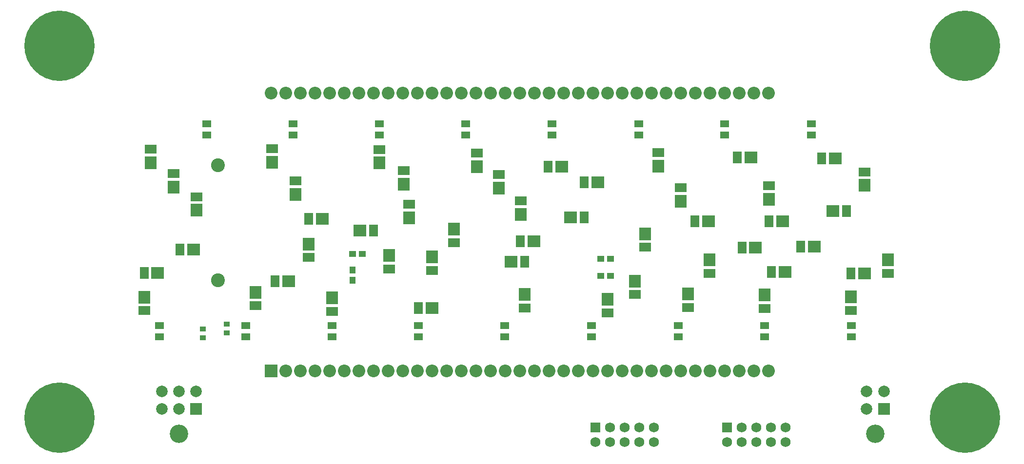
<source format=gts>
G04 Layer_Color=8388736*
%FSLAX24Y24*%
%MOIN*%
G70*
G01*
G75*
%ADD41R,0.0631X0.0493*%
%ADD42R,0.0789X0.0907*%
%ADD43R,0.0789X0.0592*%
%ADD44R,0.0907X0.0789*%
%ADD45R,0.0592X0.0789*%
%ADD46R,0.0434X0.0356*%
%ADD47R,0.0434X0.0474*%
%ADD48R,0.0474X0.0434*%
%ADD49C,0.0867*%
%ADD50R,0.0867X0.0867*%
%ADD51C,0.0946*%
%ADD52C,0.0789*%
%ADD53R,0.0789X0.0789*%
%ADD54C,0.1261*%
%ADD55C,0.0680*%
%ADD56R,0.0680X0.0680*%
%ADD57C,0.4804*%
D41*
X22392Y24498D02*
D03*
Y25246D02*
D03*
X40118Y24498D02*
D03*
Y25246D02*
D03*
X63789Y24498D02*
D03*
Y25246D02*
D03*
X57874Y24498D02*
D03*
Y25246D02*
D03*
X51959Y24498D02*
D03*
Y25246D02*
D03*
X46043Y24498D02*
D03*
Y25246D02*
D03*
X34213Y24498D02*
D03*
Y25246D02*
D03*
X28297Y24498D02*
D03*
Y25246D02*
D03*
X16486Y24498D02*
D03*
Y25246D02*
D03*
X61053Y39055D02*
D03*
Y38307D02*
D03*
X55138Y39055D02*
D03*
Y38307D02*
D03*
X49252Y39055D02*
D03*
Y38307D02*
D03*
X43346Y39055D02*
D03*
Y38307D02*
D03*
X37421Y39055D02*
D03*
Y38307D02*
D03*
X31535Y39055D02*
D03*
Y38307D02*
D03*
X25620Y39055D02*
D03*
Y38307D02*
D03*
X19734Y39055D02*
D03*
Y38307D02*
D03*
D42*
X26713Y30837D02*
D03*
X41191Y32864D02*
D03*
X63780Y27224D02*
D03*
X57874Y27352D02*
D03*
X52628Y27411D02*
D03*
X47126Y27057D02*
D03*
X41476Y27382D02*
D03*
X28317Y27165D02*
D03*
X54094Y29764D02*
D03*
X49006Y28307D02*
D03*
X35138Y29951D02*
D03*
X32195Y30049D02*
D03*
X66309Y29764D02*
D03*
X49695Y31535D02*
D03*
X36644Y31850D02*
D03*
X39695Y34665D02*
D03*
X33209Y34921D02*
D03*
X25817Y34222D02*
D03*
X17470Y34724D02*
D03*
X23071Y27539D02*
D03*
X15472Y27205D02*
D03*
X50591Y36152D02*
D03*
X38199Y36122D02*
D03*
X31545Y36378D02*
D03*
X24213Y36427D02*
D03*
X15896Y36398D02*
D03*
X52146Y33770D02*
D03*
X58169Y33888D02*
D03*
X64685Y34843D02*
D03*
X19035Y33150D02*
D03*
X33553Y32638D02*
D03*
D43*
X26713Y29911D02*
D03*
X41191Y33789D02*
D03*
X63780Y26299D02*
D03*
X57874Y26427D02*
D03*
X52628Y26486D02*
D03*
X47126Y26132D02*
D03*
X41476Y26457D02*
D03*
X28317Y26240D02*
D03*
X54094Y28839D02*
D03*
X49006Y27382D02*
D03*
X35138Y29026D02*
D03*
X32195Y29124D02*
D03*
X66309Y28839D02*
D03*
X49695Y30610D02*
D03*
X36644Y30925D02*
D03*
X39695Y35591D02*
D03*
X33209Y35846D02*
D03*
X25817Y35148D02*
D03*
X17470Y35650D02*
D03*
X23071Y26614D02*
D03*
X15472Y26280D02*
D03*
X50591Y37077D02*
D03*
X38199Y37047D02*
D03*
X31545Y37303D02*
D03*
X24213Y37352D02*
D03*
X15896Y37323D02*
D03*
X52146Y34695D02*
D03*
X58169Y34813D02*
D03*
X64685Y35768D02*
D03*
X19035Y34075D02*
D03*
X33553Y33563D02*
D03*
D44*
X18839Y30472D02*
D03*
X62539Y33081D02*
D03*
X59085Y32382D02*
D03*
X54026D02*
D03*
X44596Y32657D02*
D03*
X35138Y26476D02*
D03*
X64705Y28839D02*
D03*
X59262Y28927D02*
D03*
X40541Y29616D02*
D03*
X61260Y30659D02*
D03*
X57244Y30581D02*
D03*
X42087Y31033D02*
D03*
X30197Y31772D02*
D03*
X62697Y36693D02*
D03*
X56919Y36762D02*
D03*
X44006Y36122D02*
D03*
X46467Y35069D02*
D03*
X16378Y28858D02*
D03*
X25325Y28307D02*
D03*
X27628Y32549D02*
D03*
D45*
X17913Y30472D02*
D03*
X63465Y33081D02*
D03*
X58159Y32382D02*
D03*
X53100D02*
D03*
X45522Y32657D02*
D03*
X34213Y26476D02*
D03*
X63780Y28839D02*
D03*
X58337Y28927D02*
D03*
X41467Y29616D02*
D03*
X60335Y30659D02*
D03*
X56319Y30581D02*
D03*
X41161Y31033D02*
D03*
X31122Y31772D02*
D03*
X61772Y36693D02*
D03*
X55994Y36762D02*
D03*
X43081Y36122D02*
D03*
X45541Y35069D02*
D03*
X15453Y28858D02*
D03*
X24400Y28307D02*
D03*
X26703Y32549D02*
D03*
D46*
X19459Y25029D02*
D03*
Y24419D02*
D03*
X21112Y25364D02*
D03*
Y24754D02*
D03*
D47*
X29705Y29045D02*
D03*
Y28376D02*
D03*
D48*
X47323Y29833D02*
D03*
X46654D02*
D03*
X29685Y30148D02*
D03*
X30354D02*
D03*
X47323Y28652D02*
D03*
X46654D02*
D03*
D49*
X58134Y41165D02*
D03*
X57134D02*
D03*
X56134D02*
D03*
X55134D02*
D03*
X54134D02*
D03*
X53134D02*
D03*
X52134D02*
D03*
X51134D02*
D03*
X50134D02*
D03*
X49134D02*
D03*
X48134D02*
D03*
X47134D02*
D03*
X46134D02*
D03*
X45134D02*
D03*
X44134D02*
D03*
X43134D02*
D03*
X42134D02*
D03*
X41134D02*
D03*
X40134D02*
D03*
X39134D02*
D03*
X38134D02*
D03*
X37134D02*
D03*
X36134D02*
D03*
X35134D02*
D03*
X34134D02*
D03*
X33134D02*
D03*
X32134D02*
D03*
X31134D02*
D03*
X30134D02*
D03*
X29134D02*
D03*
X28134D02*
D03*
X27134D02*
D03*
X26134D02*
D03*
X25134D02*
D03*
X24134D02*
D03*
X58134Y22165D02*
D03*
X57134D02*
D03*
X56134D02*
D03*
X55134D02*
D03*
X54134D02*
D03*
X53134D02*
D03*
X52134D02*
D03*
X51134D02*
D03*
X50134D02*
D03*
X49134D02*
D03*
X48134D02*
D03*
X47134D02*
D03*
X46134D02*
D03*
X45134D02*
D03*
X44134D02*
D03*
X43134D02*
D03*
X42134D02*
D03*
X41134D02*
D03*
X40134D02*
D03*
X39134D02*
D03*
X38134D02*
D03*
X37134D02*
D03*
X36134D02*
D03*
X35134D02*
D03*
X34134D02*
D03*
X33134D02*
D03*
X32134D02*
D03*
X31134D02*
D03*
X30134D02*
D03*
X29134D02*
D03*
X28134D02*
D03*
X27134D02*
D03*
X26134D02*
D03*
X25134D02*
D03*
D50*
X24134D02*
D03*
D51*
X20512Y28346D02*
D03*
Y36220D02*
D03*
D52*
X64843Y19567D02*
D03*
Y20748D02*
D03*
X66024D02*
D03*
X17835Y19567D02*
D03*
X19016Y20748D02*
D03*
X17835D02*
D03*
X16654Y19567D02*
D03*
Y20748D02*
D03*
D53*
X66024Y19567D02*
D03*
X19016D02*
D03*
D54*
X65433Y17866D02*
D03*
X17835Y17874D02*
D03*
D55*
X47299Y18307D02*
D03*
X50299D02*
D03*
X49299D02*
D03*
X47299Y17307D02*
D03*
X46299D02*
D03*
X50299D02*
D03*
X49299D02*
D03*
X48299Y18307D02*
D03*
Y17307D02*
D03*
X56315Y18307D02*
D03*
X59315D02*
D03*
X58315D02*
D03*
X56315Y17307D02*
D03*
X55315D02*
D03*
X59315D02*
D03*
X58315D02*
D03*
X57315Y18307D02*
D03*
Y17307D02*
D03*
D56*
X46299Y18307D02*
D03*
X55315D02*
D03*
D57*
X9671Y44380D02*
D03*
X71555D02*
D03*
X9671Y18951D02*
D03*
X71555D02*
D03*
M02*

</source>
